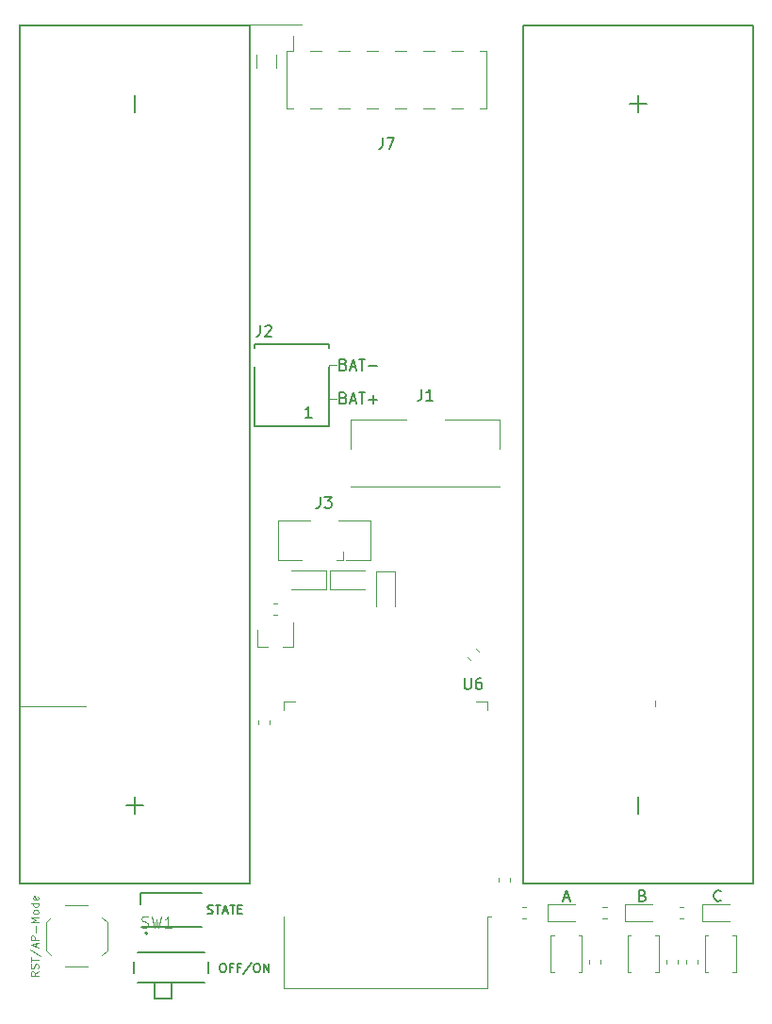
<source format=gbr>
%TF.GenerationSoftware,KiCad,Pcbnew,(5.1.6)-1*%
%TF.CreationDate,2022-04-22T11:55:46+02:00*%
%TF.ProjectId,ZumoComSystem,5a756d6f-436f-46d5-9379-7374656d2e6b,V1.0*%
%TF.SameCoordinates,Original*%
%TF.FileFunction,Legend,Top*%
%TF.FilePolarity,Positive*%
%FSLAX46Y46*%
G04 Gerber Fmt 4.6, Leading zero omitted, Abs format (unit mm)*
G04 Created by KiCad (PCBNEW (5.1.6)-1) date 2022-04-22 11:55:46*
%MOMM*%
%LPD*%
G01*
G04 APERTURE LIST*
%ADD10C,0.120000*%
%ADD11C,0.150000*%
%ADD12C,0.127000*%
%ADD13C,0.200000*%
%ADD14C,0.015000*%
G04 APERTURE END LIST*
D10*
X141800000Y-88600000D02*
X141800000Y-88800000D01*
X142500000Y-91600000D02*
X141800000Y-91600000D01*
X142500000Y-88600000D02*
X141800000Y-88600000D01*
D11*
X143142857Y-88528571D02*
X143285714Y-88576190D01*
X143333333Y-88623809D01*
X143380952Y-88719047D01*
X143380952Y-88861904D01*
X143333333Y-88957142D01*
X143285714Y-89004761D01*
X143190476Y-89052380D01*
X142809523Y-89052380D01*
X142809523Y-88052380D01*
X143142857Y-88052380D01*
X143238095Y-88100000D01*
X143285714Y-88147619D01*
X143333333Y-88242857D01*
X143333333Y-88338095D01*
X143285714Y-88433333D01*
X143238095Y-88480952D01*
X143142857Y-88528571D01*
X142809523Y-88528571D01*
X143761904Y-88766666D02*
X144238095Y-88766666D01*
X143666666Y-89052380D02*
X144000000Y-88052380D01*
X144333333Y-89052380D01*
X144523809Y-88052380D02*
X145095238Y-88052380D01*
X144809523Y-89052380D02*
X144809523Y-88052380D01*
X145428571Y-88671428D02*
X146190476Y-88671428D01*
X143142857Y-91528571D02*
X143285714Y-91576190D01*
X143333333Y-91623809D01*
X143380952Y-91719047D01*
X143380952Y-91861904D01*
X143333333Y-91957142D01*
X143285714Y-92004761D01*
X143190476Y-92052380D01*
X142809523Y-92052380D01*
X142809523Y-91052380D01*
X143142857Y-91052380D01*
X143238095Y-91100000D01*
X143285714Y-91147619D01*
X143333333Y-91242857D01*
X143333333Y-91338095D01*
X143285714Y-91433333D01*
X143238095Y-91480952D01*
X143142857Y-91528571D01*
X142809523Y-91528571D01*
X143761904Y-91766666D02*
X144238095Y-91766666D01*
X143666666Y-92052380D02*
X144000000Y-91052380D01*
X144333333Y-92052380D01*
X144523809Y-91052380D02*
X145095238Y-91052380D01*
X144809523Y-92052380D02*
X144809523Y-91052380D01*
X145428571Y-91671428D02*
X146190476Y-91671428D01*
X145809523Y-92052380D02*
X145809523Y-91290476D01*
X132230952Y-142311904D02*
X132383333Y-142311904D01*
X132459523Y-142350000D01*
X132535714Y-142426190D01*
X132573809Y-142578571D01*
X132573809Y-142845238D01*
X132535714Y-142997619D01*
X132459523Y-143073809D01*
X132383333Y-143111904D01*
X132230952Y-143111904D01*
X132154761Y-143073809D01*
X132078571Y-142997619D01*
X132040476Y-142845238D01*
X132040476Y-142578571D01*
X132078571Y-142426190D01*
X132154761Y-142350000D01*
X132230952Y-142311904D01*
X133183333Y-142692857D02*
X132916666Y-142692857D01*
X132916666Y-143111904D02*
X132916666Y-142311904D01*
X133297619Y-142311904D01*
X133869047Y-142692857D02*
X133602380Y-142692857D01*
X133602380Y-143111904D02*
X133602380Y-142311904D01*
X133983333Y-142311904D01*
X134859523Y-142273809D02*
X134173809Y-143302380D01*
X135278571Y-142311904D02*
X135430952Y-142311904D01*
X135507142Y-142350000D01*
X135583333Y-142426190D01*
X135621428Y-142578571D01*
X135621428Y-142845238D01*
X135583333Y-142997619D01*
X135507142Y-143073809D01*
X135430952Y-143111904D01*
X135278571Y-143111904D01*
X135202380Y-143073809D01*
X135126190Y-142997619D01*
X135088095Y-142845238D01*
X135088095Y-142578571D01*
X135126190Y-142426190D01*
X135202380Y-142350000D01*
X135278571Y-142311904D01*
X135964285Y-143111904D02*
X135964285Y-142311904D01*
X136421428Y-143111904D01*
X136421428Y-142311904D01*
X130957142Y-137823809D02*
X131071428Y-137861904D01*
X131261904Y-137861904D01*
X131338095Y-137823809D01*
X131376190Y-137785714D01*
X131414285Y-137709523D01*
X131414285Y-137633333D01*
X131376190Y-137557142D01*
X131338095Y-137519047D01*
X131261904Y-137480952D01*
X131109523Y-137442857D01*
X131033333Y-137404761D01*
X130995238Y-137366666D01*
X130957142Y-137290476D01*
X130957142Y-137214285D01*
X130995238Y-137138095D01*
X131033333Y-137100000D01*
X131109523Y-137061904D01*
X131300000Y-137061904D01*
X131414285Y-137100000D01*
X131642857Y-137061904D02*
X132100000Y-137061904D01*
X131871428Y-137861904D02*
X131871428Y-137061904D01*
X132328571Y-137633333D02*
X132709523Y-137633333D01*
X132252380Y-137861904D02*
X132519047Y-137061904D01*
X132785714Y-137861904D01*
X132938095Y-137061904D02*
X133395238Y-137061904D01*
X133166666Y-137861904D02*
X133166666Y-137061904D01*
X133661904Y-137442857D02*
X133928571Y-137442857D01*
X134042857Y-137861904D02*
X133661904Y-137861904D01*
X133661904Y-137061904D01*
X134042857Y-137061904D01*
D10*
X114000000Y-58000000D02*
X139400000Y-58000000D01*
D11*
X177034523Y-136632142D02*
X176986904Y-136679761D01*
X176844047Y-136727380D01*
X176748809Y-136727380D01*
X176605952Y-136679761D01*
X176510714Y-136584523D01*
X176463095Y-136489285D01*
X176415476Y-136298809D01*
X176415476Y-136155952D01*
X176463095Y-135965476D01*
X176510714Y-135870238D01*
X176605952Y-135775000D01*
X176748809Y-135727380D01*
X176844047Y-135727380D01*
X176986904Y-135775000D01*
X177034523Y-135822619D01*
X170021428Y-136203571D02*
X170164285Y-136251190D01*
X170211904Y-136298809D01*
X170259523Y-136394047D01*
X170259523Y-136536904D01*
X170211904Y-136632142D01*
X170164285Y-136679761D01*
X170069047Y-136727380D01*
X169688095Y-136727380D01*
X169688095Y-135727380D01*
X170021428Y-135727380D01*
X170116666Y-135775000D01*
X170164285Y-135822619D01*
X170211904Y-135917857D01*
X170211904Y-136013095D01*
X170164285Y-136108333D01*
X170116666Y-136155952D01*
X170021428Y-136203571D01*
X169688095Y-136203571D01*
X162911904Y-136441666D02*
X163388095Y-136441666D01*
X162816666Y-136727380D02*
X163150000Y-135727380D01*
X163483333Y-136727380D01*
D10*
X115741666Y-143041666D02*
X115408333Y-143275000D01*
X115741666Y-143441666D02*
X115041666Y-143441666D01*
X115041666Y-143175000D01*
X115075000Y-143108333D01*
X115108333Y-143075000D01*
X115175000Y-143041666D01*
X115275000Y-143041666D01*
X115341666Y-143075000D01*
X115375000Y-143108333D01*
X115408333Y-143175000D01*
X115408333Y-143441666D01*
X115708333Y-142775000D02*
X115741666Y-142675000D01*
X115741666Y-142508333D01*
X115708333Y-142441666D01*
X115675000Y-142408333D01*
X115608333Y-142375000D01*
X115541666Y-142375000D01*
X115475000Y-142408333D01*
X115441666Y-142441666D01*
X115408333Y-142508333D01*
X115375000Y-142641666D01*
X115341666Y-142708333D01*
X115308333Y-142741666D01*
X115241666Y-142775000D01*
X115175000Y-142775000D01*
X115108333Y-142741666D01*
X115075000Y-142708333D01*
X115041666Y-142641666D01*
X115041666Y-142475000D01*
X115075000Y-142375000D01*
X115041666Y-142175000D02*
X115041666Y-141775000D01*
X115741666Y-141975000D02*
X115041666Y-141975000D01*
X115008333Y-141041666D02*
X115908333Y-141641666D01*
X115541666Y-140841666D02*
X115541666Y-140508333D01*
X115741666Y-140908333D02*
X115041666Y-140675000D01*
X115741666Y-140441666D01*
X115741666Y-140208333D02*
X115041666Y-140208333D01*
X115041666Y-139941666D01*
X115075000Y-139875000D01*
X115108333Y-139841666D01*
X115175000Y-139808333D01*
X115275000Y-139808333D01*
X115341666Y-139841666D01*
X115375000Y-139875000D01*
X115408333Y-139941666D01*
X115408333Y-140208333D01*
X115475000Y-139508333D02*
X115475000Y-138975000D01*
X115741666Y-138641666D02*
X115041666Y-138641666D01*
X115541666Y-138408333D01*
X115041666Y-138175000D01*
X115741666Y-138175000D01*
X115741666Y-137741666D02*
X115708333Y-137808333D01*
X115675000Y-137841666D01*
X115608333Y-137875000D01*
X115408333Y-137875000D01*
X115341666Y-137841666D01*
X115308333Y-137808333D01*
X115275000Y-137741666D01*
X115275000Y-137641666D01*
X115308333Y-137575000D01*
X115341666Y-137541666D01*
X115408333Y-137508333D01*
X115608333Y-137508333D01*
X115675000Y-137541666D01*
X115708333Y-137575000D01*
X115741666Y-137641666D01*
X115741666Y-137741666D01*
X115741666Y-136908333D02*
X115041666Y-136908333D01*
X115708333Y-136908333D02*
X115741666Y-136975000D01*
X115741666Y-137108333D01*
X115708333Y-137175000D01*
X115675000Y-137208333D01*
X115608333Y-137241666D01*
X115408333Y-137241666D01*
X115341666Y-137208333D01*
X115308333Y-137175000D01*
X115275000Y-137108333D01*
X115275000Y-136975000D01*
X115308333Y-136908333D01*
X115708333Y-136308333D02*
X115741666Y-136375000D01*
X115741666Y-136508333D01*
X115708333Y-136575000D01*
X115641666Y-136608333D01*
X115375000Y-136608333D01*
X115308333Y-136575000D01*
X115275000Y-136508333D01*
X115275000Y-136375000D01*
X115308333Y-136308333D01*
X115375000Y-136275000D01*
X115441666Y-136275000D01*
X115508333Y-136608333D01*
X171100000Y-119200000D02*
X171100000Y-118700000D01*
X120000000Y-119200000D02*
X114000000Y-119200000D01*
D12*
%TO.C,SW1*%
X131025000Y-142150000D02*
X131025000Y-143150000D01*
X124675000Y-144000000D02*
X130675000Y-144000000D01*
X124675000Y-141300000D02*
X130675000Y-141300000D01*
X124325000Y-142150000D02*
X124325000Y-143150000D01*
X127675000Y-145500000D02*
X127675000Y-144000000D01*
X126175000Y-145500000D02*
X127675000Y-145500000D01*
X126175000Y-144000000D02*
X126175000Y-145500000D01*
D13*
X125525000Y-139600000D02*
G75*
G03*
X125525000Y-139600000I-100000J0D01*
G01*
D10*
%TO.C,J1*%
X143800000Y-93500000D02*
X148750000Y-93500000D01*
X143800000Y-93500000D02*
X143800000Y-96100000D01*
X157200000Y-93500000D02*
X157200000Y-96100000D01*
X157200000Y-93500000D02*
X152250000Y-93500000D01*
X157200000Y-99500000D02*
X143800000Y-99500000D01*
%TO.C,U6*%
X156045000Y-119550000D02*
X156045000Y-118770000D01*
X156045000Y-118770000D02*
X155045000Y-118770000D01*
X137805000Y-119550000D02*
X137805000Y-118770000D01*
X137805000Y-118770000D02*
X138805000Y-118770000D01*
X156045000Y-144515000D02*
X137805000Y-144515000D01*
X137805000Y-144515000D02*
X137805000Y-138095000D01*
X156045000Y-144515000D02*
X156045000Y-138095000D01*
X156045000Y-138095000D02*
X156425000Y-138095000D01*
%TO.C,J3*%
X143100000Y-105325000D02*
X143100000Y-106075000D01*
X143100000Y-106075000D02*
X142500000Y-106075000D01*
X143400000Y-106075000D02*
X145550000Y-106075000D01*
X137250000Y-106075000D02*
X137250000Y-102525000D01*
X145550000Y-102525000D02*
X142650000Y-102525000D01*
X145550000Y-106075000D02*
X145550000Y-102525000D01*
X137250000Y-102525000D02*
X140150000Y-102525000D01*
X139400000Y-106075000D02*
X137250000Y-106075000D01*
%TO.C,SW3*%
X164250000Y-143075000D02*
X164550000Y-143075000D01*
X164550000Y-143075000D02*
X164550000Y-139775000D01*
X164550000Y-139775000D02*
X164250000Y-139775000D01*
X162050000Y-143075000D02*
X161750000Y-143075000D01*
X161750000Y-143075000D02*
X161750000Y-139775000D01*
X161750000Y-139775000D02*
X162050000Y-139775000D01*
%TO.C,SW4*%
X171170833Y-143075000D02*
X171470833Y-143075000D01*
X171470833Y-143075000D02*
X171470833Y-139775000D01*
X171470833Y-139775000D02*
X171170833Y-139775000D01*
X168970833Y-143075000D02*
X168670833Y-143075000D01*
X168670833Y-143075000D02*
X168670833Y-139775000D01*
X168670833Y-139775000D02*
X168970833Y-139775000D01*
%TO.C,SW5*%
X178091666Y-143075000D02*
X178391666Y-143075000D01*
X178391666Y-143075000D02*
X178391666Y-139775000D01*
X178391666Y-139775000D02*
X178091666Y-139775000D01*
X175891666Y-143075000D02*
X175591666Y-143075000D01*
X175591666Y-143075000D02*
X175591666Y-139775000D01*
X175591666Y-139775000D02*
X175891666Y-139775000D01*
%TO.C,D7*%
X163972500Y-137015000D02*
X161512500Y-137015000D01*
X161512500Y-137015000D02*
X161512500Y-138485000D01*
X161512500Y-138485000D02*
X163972500Y-138485000D01*
%TO.C,D9*%
X177814166Y-137015000D02*
X175354166Y-137015000D01*
X175354166Y-137015000D02*
X175354166Y-138485000D01*
X175354166Y-138485000D02*
X177814166Y-138485000D01*
%TO.C,D8*%
X170850000Y-137015000D02*
X168390000Y-137015000D01*
X168390000Y-137015000D02*
X168390000Y-138485000D01*
X168390000Y-138485000D02*
X170850000Y-138485000D01*
D11*
%TO.C,D10*%
X130375000Y-139000000D02*
X124975000Y-139000000D01*
X130375000Y-136000000D02*
X124875000Y-136000000D01*
X124875000Y-137000000D02*
X124875000Y-136000000D01*
D10*
%TO.C,SW2*%
X116850000Y-138175000D02*
X116400000Y-138625000D01*
X116850000Y-141575000D02*
X116400000Y-141125000D01*
X121450000Y-141575000D02*
X121900000Y-141125000D01*
X121450000Y-138175000D02*
X121900000Y-138625000D01*
X120150000Y-142625000D02*
X118150000Y-142625000D01*
X116400000Y-138625000D02*
X116400000Y-141125000D01*
X120150000Y-137125000D02*
X118150000Y-137125000D01*
X121900000Y-138625000D02*
X121900000Y-141125000D01*
D12*
%TO.C,BT1*%
X124400000Y-127350000D02*
X124400000Y-128850000D01*
X123650000Y-128100000D02*
X125150000Y-128100000D01*
X134725000Y-58075000D02*
X114075000Y-58075000D01*
X114075000Y-58075000D02*
X114075000Y-135125000D01*
X114075000Y-135125000D02*
X134725000Y-135125000D01*
X134725000Y-135125000D02*
X134725000Y-58075000D01*
X124400000Y-65850000D02*
X124400000Y-64350000D01*
D10*
%TO.C,C5*%
X135290000Y-61902064D02*
X135290000Y-60697936D01*
X137110000Y-61902064D02*
X137110000Y-60697936D01*
%TO.C,R15*%
X157040000Y-134946267D02*
X157040000Y-134603733D01*
X158060000Y-134946267D02*
X158060000Y-134603733D01*
%TO.C,R17*%
X136485000Y-120503733D02*
X136485000Y-120846267D01*
X135465000Y-120503733D02*
X135465000Y-120846267D01*
%TO.C,R23*%
X159153733Y-137215000D02*
X159496267Y-137215000D01*
X159153733Y-138235000D02*
X159496267Y-138235000D01*
%TO.C,R27*%
X173671267Y-138260000D02*
X173328733Y-138260000D01*
X173671267Y-137240000D02*
X173328733Y-137240000D01*
%TO.C,R25*%
X166771267Y-138260000D02*
X166428733Y-138260000D01*
X166771267Y-137240000D02*
X166428733Y-137240000D01*
%TO.C,D4*%
X147750000Y-107100000D02*
X146050000Y-107100000D01*
X146050000Y-107100000D02*
X146050000Y-110250000D01*
X147750000Y-107100000D02*
X147750000Y-110250000D01*
%TO.C,J7*%
X138050000Y-65550000D02*
X138050000Y-60350000D01*
X138050000Y-60350000D02*
X138620000Y-60350000D01*
X140140000Y-60350000D02*
X141160000Y-60350000D01*
X142680000Y-60350000D02*
X143700000Y-60350000D01*
X145220000Y-60350000D02*
X146240000Y-60350000D01*
X147760000Y-60350000D02*
X148780000Y-60350000D01*
X150300000Y-60350000D02*
X151320000Y-60350000D01*
X152840000Y-60350000D02*
X153860000Y-60350000D01*
X155380000Y-60350000D02*
X155950000Y-60350000D01*
X155950000Y-65550000D02*
X155950000Y-60350000D01*
X138050000Y-65550000D02*
X138620000Y-65550000D01*
X140140000Y-65550000D02*
X141160000Y-65550000D01*
X142680000Y-65550000D02*
X143700000Y-65550000D01*
X145220000Y-65550000D02*
X146240000Y-65550000D01*
X147760000Y-65550000D02*
X148780000Y-65550000D01*
X150300000Y-65550000D02*
X151320000Y-65550000D01*
X152840000Y-65550000D02*
X153860000Y-65550000D01*
X155380000Y-65550000D02*
X155950000Y-65550000D01*
X138620000Y-60350000D02*
X138620000Y-58990000D01*
%TO.C,D5*%
X141600000Y-108750000D02*
X141600000Y-107050000D01*
X141600000Y-107050000D02*
X138450000Y-107050000D01*
X141600000Y-108750000D02*
X138450000Y-108750000D01*
%TO.C,D6*%
X141900000Y-107050000D02*
X141900000Y-108750000D01*
X141900000Y-108750000D02*
X145050000Y-108750000D01*
X141900000Y-107050000D02*
X145050000Y-107050000D01*
%TO.C,R12*%
X137171267Y-109990000D02*
X136828733Y-109990000D01*
X137171267Y-111010000D02*
X136828733Y-111010000D01*
%TO.C,Q5*%
X135420000Y-113860000D02*
X135420000Y-112400000D01*
X138580000Y-113860000D02*
X138580000Y-111700000D01*
X138580000Y-113860000D02*
X137650000Y-113860000D01*
X135420000Y-113860000D02*
X136350000Y-113860000D01*
D12*
%TO.C,J2*%
X141810000Y-86730000D02*
X135110000Y-86730000D01*
X135110000Y-94090000D02*
X141810000Y-94090000D01*
X135110000Y-88740000D02*
X135110000Y-94090000D01*
X141810000Y-88750000D02*
X141810000Y-94050000D01*
X135110000Y-87060000D02*
X135110000Y-86730000D01*
X141810000Y-87060000D02*
X141810000Y-86730000D01*
D10*
%TO.C,C16*%
X165240000Y-141978733D02*
X165240000Y-142321267D01*
X166260000Y-141978733D02*
X166260000Y-142321267D01*
%TO.C,C17*%
X172170000Y-142008733D02*
X172170000Y-142351267D01*
X173190000Y-142008733D02*
X173190000Y-142351267D01*
%TO.C,C18*%
X173920000Y-141998733D02*
X173920000Y-142341267D01*
X174940000Y-141998733D02*
X174940000Y-142341267D01*
%TO.C,R5*%
X154298271Y-114819520D02*
X154540480Y-115061729D01*
X155019520Y-114098271D02*
X155261729Y-114340480D01*
D12*
%TO.C,BT2*%
X169600000Y-65850000D02*
X169600000Y-64350000D01*
X170350000Y-65100000D02*
X168850000Y-65100000D01*
X159275000Y-135125000D02*
X179925000Y-135125000D01*
X179925000Y-135125000D02*
X179925000Y-58075000D01*
X179925000Y-58075000D02*
X159275000Y-58075000D01*
X159275000Y-58075000D02*
X159275000Y-135125000D01*
X169600000Y-127350000D02*
X169600000Y-128850000D01*
%TO.C,SW1*%
D14*
X125016077Y-139041949D02*
X125158967Y-139089579D01*
X125397116Y-139089579D01*
X125492376Y-139041949D01*
X125540006Y-138994319D01*
X125587636Y-138899059D01*
X125587636Y-138803799D01*
X125540006Y-138708539D01*
X125492376Y-138660909D01*
X125397116Y-138613280D01*
X125206597Y-138565650D01*
X125111337Y-138518020D01*
X125063707Y-138470390D01*
X125016077Y-138375130D01*
X125016077Y-138279870D01*
X125063707Y-138184610D01*
X125111337Y-138136981D01*
X125206597Y-138089351D01*
X125444746Y-138089351D01*
X125587636Y-138136981D01*
X125921045Y-138089351D02*
X126159195Y-139089579D01*
X126349715Y-138375130D01*
X126540234Y-139089579D01*
X126778384Y-138089351D01*
X127683352Y-139089579D02*
X127111793Y-139089579D01*
X127397572Y-139089579D02*
X127397572Y-138089351D01*
X127302313Y-138232240D01*
X127207053Y-138327500D01*
X127111793Y-138375130D01*
%TO.C,J1*%
D11*
X150166666Y-90752380D02*
X150166666Y-91466666D01*
X150119047Y-91609523D01*
X150023809Y-91704761D01*
X149880952Y-91752380D01*
X149785714Y-91752380D01*
X151166666Y-91752380D02*
X150595238Y-91752380D01*
X150880952Y-91752380D02*
X150880952Y-90752380D01*
X150785714Y-90895238D01*
X150690476Y-90990476D01*
X150595238Y-91038095D01*
%TO.C,U6*%
X154013095Y-116702380D02*
X154013095Y-117511904D01*
X154060714Y-117607142D01*
X154108333Y-117654761D01*
X154203571Y-117702380D01*
X154394047Y-117702380D01*
X154489285Y-117654761D01*
X154536904Y-117607142D01*
X154584523Y-117511904D01*
X154584523Y-116702380D01*
X155489285Y-116702380D02*
X155298809Y-116702380D01*
X155203571Y-116750000D01*
X155155952Y-116797619D01*
X155060714Y-116940476D01*
X155013095Y-117130952D01*
X155013095Y-117511904D01*
X155060714Y-117607142D01*
X155108333Y-117654761D01*
X155203571Y-117702380D01*
X155394047Y-117702380D01*
X155489285Y-117654761D01*
X155536904Y-117607142D01*
X155584523Y-117511904D01*
X155584523Y-117273809D01*
X155536904Y-117178571D01*
X155489285Y-117130952D01*
X155394047Y-117083333D01*
X155203571Y-117083333D01*
X155108333Y-117130952D01*
X155060714Y-117178571D01*
X155013095Y-117273809D01*
%TO.C,J3*%
X141066666Y-100414333D02*
X141066666Y-101128619D01*
X141019047Y-101271476D01*
X140923809Y-101366714D01*
X140780952Y-101414333D01*
X140685714Y-101414333D01*
X141447619Y-100414333D02*
X142066666Y-100414333D01*
X141733333Y-100795286D01*
X141876190Y-100795286D01*
X141971428Y-100842905D01*
X142019047Y-100890524D01*
X142066666Y-100985762D01*
X142066666Y-101223857D01*
X142019047Y-101319095D01*
X141971428Y-101366714D01*
X141876190Y-101414333D01*
X141590476Y-101414333D01*
X141495238Y-101366714D01*
X141447619Y-101319095D01*
%TO.C,J7*%
X146666666Y-68152380D02*
X146666666Y-68866666D01*
X146619047Y-69009523D01*
X146523809Y-69104761D01*
X146380952Y-69152380D01*
X146285714Y-69152380D01*
X147047619Y-68152380D02*
X147714285Y-68152380D01*
X147285714Y-69152380D01*
%TO.C,J2*%
X135656666Y-85012380D02*
X135656666Y-85726666D01*
X135609047Y-85869523D01*
X135513809Y-85964761D01*
X135370952Y-86012380D01*
X135275714Y-86012380D01*
X136085238Y-85107619D02*
X136132857Y-85060000D01*
X136228095Y-85012380D01*
X136466190Y-85012380D01*
X136561428Y-85060000D01*
X136609047Y-85107619D01*
X136656666Y-85202857D01*
X136656666Y-85298095D01*
X136609047Y-85440952D01*
X136037619Y-86012380D01*
X136656666Y-86012380D01*
X140275714Y-93302380D02*
X139704285Y-93302380D01*
X139990000Y-93302380D02*
X139990000Y-92302380D01*
X139894761Y-92445238D01*
X139799523Y-92540476D01*
X139704285Y-92588095D01*
%TD*%
M02*

</source>
